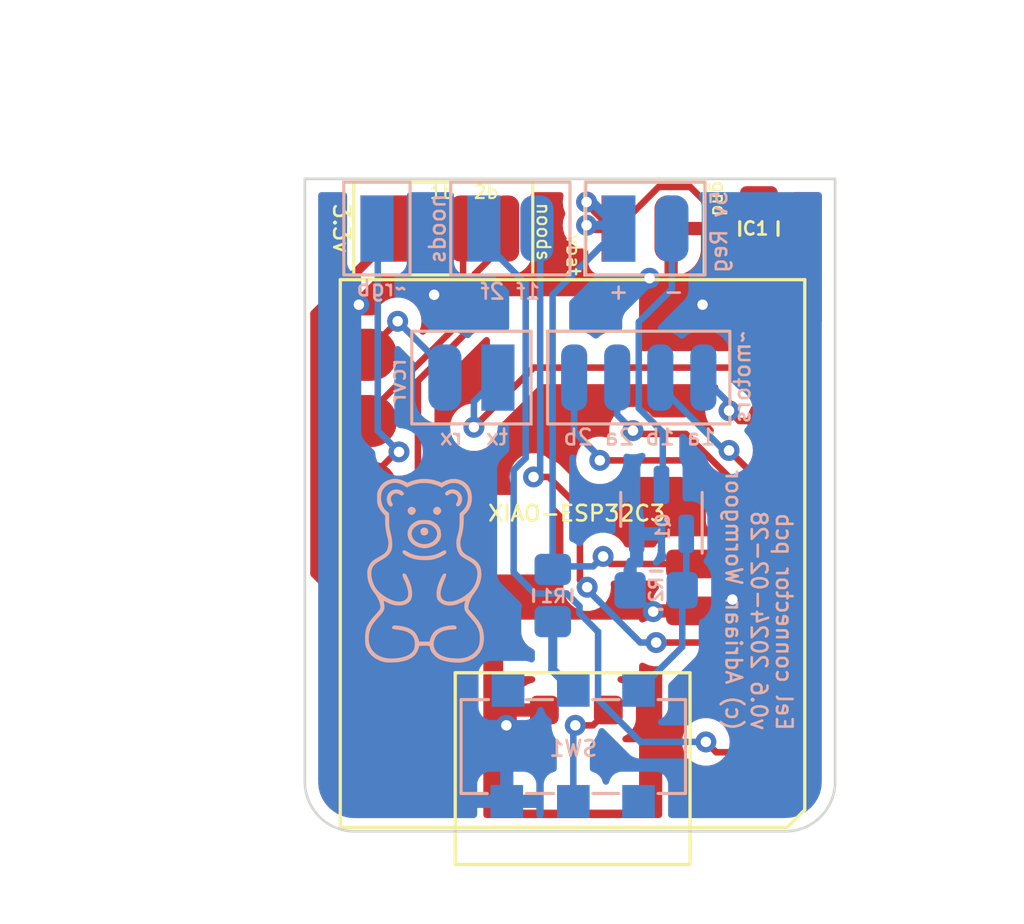
<source format=kicad_pcb>
(kicad_pcb (version 20240108) (generator "pcbnew") (generator_version "8.0")
  (title_block (comment 4 "AISLER Project ID: EORBQBEY"))
  (layers (0 "F.Cu" signal) (31 "B.Cu" signal) (34 "B.Paste" user) (35 "F.Paste" user) (36 "B.SilkS" user "B.Silkscreen") (37 "F.SilkS" user "F.Silkscreen") (38 "B.Mask" user) (39 "F.Mask" user) (44 "Edge.Cuts" user))
  (net 0 "")
  (net 1 "GND")
  (net 2 "V_RET")
  (net 3 "EN")
  (net 4 "+BATT")
  (net 5 "NEOPIXEL_DATA")
  (net 6 "Net-(Q1-B)")
  (net 7 "motor2_2")
  (net 8 "motor2_1")
  (net 9 "motor1_2")
  (net 10 "motor1_1")
  (net 11 "XIAO_TX")
  (net 12 "XIAO_RX")
  (net 13 "nood1_2_sig")
  (net 14 "nood1_1_sig")
  (net 15 "nood2_2_sig")
  (net 16 "nood2_1_sig")
  (net 17 "+3V3")
  (net 18 "Net-(R1-Pad2)")
  (footprint "xiao esp32c3:MOUDLE14P-SMD-2.54-21X17.8MM" (layer "F.Cu") (at 103.866 88.0677 180)
    (property "Reference" "U1" (hide yes))
    (property "Value" "XIAO-ESP32C3" (at 8.743 -8.9603 180) (layer "F.SilkS") (effects (font (size 0.6 0.6) (thickness 0.1))))
    (fp_line (start 17.8 0) (end 17.8 -21) (stroke (width 0.127)) (layer "F.SilkS"))
    (fp_line (start 17.8 -21) (end 0.671541 -21) (stroke (width 0.127)) (layer "F.SilkS"))
    (fp_line (start 13.395 -15.072) (end 4.396 -15.072) (stroke (width 0.127)) (layer "F.SilkS"))
    (fp_line (start 13.395 -22.424) (end 13.395 -15.072) (stroke (width 0.127)) (layer "F.SilkS"))
    (fp_line (start 4.4 -22.424) (end 13.395 -22.424) (stroke (width 0.127)) (layer "F.SilkS"))
    (fp_line (start 4.396 -15.072) (end 4.396 -22.425) (stroke (width 0.127)) (layer "F.SilkS"))
    (fp_line (start 0.671541 -21) (end 0 -20.3285) (stroke (width 0.127)) (layer "F.SilkS"))
    (fp_line (start 0 0) (end 17.8 0) (stroke (width 0.127)) (layer "F.SilkS"))
    (fp_line (start 0 -20.3285) (end 0 0) (stroke (width 0.127)) (layer "F.SilkS"))
    (pad "1" smd roundrect (at 0.835 -18.12 180) (size 2.75 2) (layers "F.Cu" "F.Paste" "F.Mask") (roundrect_rratio 0.5) (net 16 "nood2_1_sig"))
    (pad "2" smd roundrect (at 0.835 -15.58 180) (size 2.75 2) (layers "F.Cu" "F.Paste" "F.Mask") (roundrect_rratio 0.5) (net 14 "nood1_1_sig"))
    (pad "3" smd roundrect (at 0.835 -13.04 180) (size 2.75 2) (layers "F.Cu" "F.Paste" "F.Mask") (roundrect_rratio 0.5) (net 7 "motor2_2"))
    (pad "4" smd roundrect (at 0.835 -10.5 180) (size 2.75 2) (layers "F.Cu" "F.Paste" "F.Mask") (roundrect_rratio 0.5) (net 8 "motor2_1"))
    (pad "5" smd roundrect (at 0.835 -7.96 180) (size 2.75 2) (layers "F.Cu" "F.Paste" "F.Mask") (roundrect_rratio 0.5) (net 9 "motor1_2"))
    (pad "6" smd roundrect (at 0.835 -5.42 180) (size 2.75 2) (layers "F.Cu" "F.Paste" "F.Mask") (roundrect_rratio 0.5) (net 10 "motor1_1"))
    (pad "7" smd roundrect (at 0.835 -2.88 180) (size 2.75 2) (layers "F.Cu" "F.Paste" "F.Mask") (roundrect_rratio 0.5) (net 11 "XIAO_TX"))
    (pad "8" smd roundrect (at 17 -2.88 180) (size 2.75 2) (layers "F.Cu" "F.Paste" "F.Mask") (roundrect_rratio 0.5) (net 12 "XIAO_RX"))
    (pad "9" smd roundrect (at 17 -5.42 180) (size 2.75 2) (layers "F.Cu" "F.Paste" "F.Mask") (roundrect_rratio 0.5) (net 15 "nood2_2_sig"))
    (pad "10" smd roundrect (at 17 -7.96 180) (size 2.75 2) (layers "F.Cu" "F.Paste" "F.Mask") (roundrect_rratio 0.5) (net 5 "NEOPIXEL_DATA"))
    (pad "11" smd roundrect (at 17 -10.5 180) (size 2.75 2) (layers "F.Cu" "F.Paste" "F.Mask") (roundrect_rratio 0.5) (net 13 "nood1_2_sig"))
    (pad "12" smd roundrect (at 17 -13.04 180) (size 2.75 2) (layers "F.Cu" "F.Paste" "F.Mask") (roundrect_rratio 0.5) (net 17 "+3V3"))
    (pad "13" smd roundrect (at 17 -15.58 180) (size 2.75 2) (layers "F.Cu" "F.Paste" "F.Mask") (roundrect_rratio 0.5) (net 1 "GND"))
    (pad "14" smd roundrect (at 17 -18.12 180) (size 2.75 2) (layers "F.Cu" "F.Paste" "F.Mask") (roundrect_rratio 0.5))
    (pad "15" smd roundrect (at 4.3 -10.9 180) (size 2.032 1.1016) (layers "F.Cu" "F.Paste" "F.Mask") (roundrect_rratio 0.230573711) (net 4 "+BATT"))
    (pad "16" smd roundrect (at 4.3 -12.7 180) (size 2.032 1.1016) (layers "F.Cu" "F.Paste" "F.Mask") (roundrect_rratio 0.230573711) (net 1 "GND"))
    (pad "17" smd roundrect (at 9.9792 -16.5 180) (size 1.1016 1.1016) (layers "F.Cu" "F.Paste" "F.Mask") (roundrect_rratio 0.230573711) (net 1 "GND"))
    (pad "18" smd roundrect (at 7.5292 -16.5 180) (size 1.1016 1.1016) (layers "F.Cu" "F.Paste" "F.Mask") (roundrect_rratio 0.230573711) (net 3 "EN"))
    (zone (net 0) (net_name "") (layer "F.Cu") (connect_pads (clearance 0)) (min_thickness 0.01)
      (keepout (tracks not_allowed) (vias not_allowed) (pads not_allowed) (copperpour not_allowed) (footprints allowed))
      (fill (thermal_gap 0.508) (thermal_bridge_width 0.508))
      (polygon (pts (xy 91.547 105.0857) (xy 89.769 105.0857) (xy 89.769 102.4187) (xy 91.547 102.4187)))
    )
    (zone (net 0) (net_name "") (layer "F.Cu") (connect_pads (clearance 0)) (min_thickness 0.01)
      (keepout (tracks not_allowed) (vias not_allowed) (pads not_allowed) (copperpour not_allowed) (footprints allowed))
      (fill (thermal_gap 0.508) (thermal_bridge_width 0.508))
      (polygon (pts (xy 91.547 109.1497) (xy 89.769 109.1497) (xy 89.769 106.4827) (xy 91.547 106.4827)))
    )
    (zone (net 0) (net_name "") (layer "F.Cu") (connect_pads (clearance 0)) (min_thickness 0.01)
      (keepout (tracks not_allowed) (vias not_allowed) (pads not_allowed) (copperpour not_allowed) (footprints allowed))
      (fill (thermal_gap 0.508) (thermal_bridge_width 0.508))
      (polygon (pts (xy 94.087 99.3707) (xy 91.039 99.3707) (xy 91.039 96.3227) (xy 94.087 96.3227)))
    )
    (zone (net 0) (net_name "") (layer "F.Cu") (connect_pads (clearance 0)) (min_thickness 0.01)
      (keepout (tracks not_allowed) (vias not_allowed) (pads not_allowed) (copperpour not_allowed) (footprints allowed))
      (fill (thermal_gap 0.508) (thermal_bridge_width 0.508))
      (polygon (pts (xy 97.516 91.2427) (xy 91.801 91.2427) (xy 91.801 88.7027) (xy 97.516 88.7027)))
    )
    (zone (net 0) (net_name "") (layer "F.Cu") (connect_pads (clearance 0)) (min_thickness 0.01)
      (keepout (tracks not_allowed) (vias not_allowed) (pads not_allowed) (copperpour not_allowed) (footprints allowed))
      (fill (thermal_gap 0.508) (thermal_bridge_width 0.508))
      (polygon (pts (xy 97.516 103.2697) (xy 92.309 103.2697) (xy 92.309 101.1027) (xy 97.516 101.1027)))
    )
    (zone (net 0) (net_name "") (layer "F.Cu") (connect_pads (clearance 0)) (min_thickness 0.01)
      (keepout (tracks not_allowed) (vias not_allowed) (pads not_allowed) (copperpour not_allowed) (footprints allowed))
      (fill (thermal_gap 0.508) (thermal_bridge_width 0.508))
      (polygon (pts (xy 97.516 108.3877) (xy 92.309 108.3877) (xy 92.309 105.8057) (xy 97.516 105.8057)))
    )
    (zone (net 0) (net_name "") (layer "F.Cu") (connect_pads (clearance 0)) (min_thickness 0.01)
      (keepout (tracks not_allowed) (vias not_allowed) (pads not_allowed) (copperpour not_allowed) (footprints allowed))
      (fill (thermal_gap 0.508) (thermal_bridge_width 0.508))
      (polygon (pts (xy 100.183 105.0857) (xy 98.405 105.0857) (xy 98.405 102.4187) (xy 100.183 102.4187)))
    )
    (zone (net 0) (net_name "") (layer "F.Cu") (connect_pads (clearance 0)) (min_thickness 0.01)
      (keepout (tracks not_allowed) (vias not_allowed) (pads not_allowed) (copperpour not_allowed) (footprints allowed))
      (fill (thermal_gap 0.508) (thermal_bridge_width 0.508))
      (polygon (pts (xy 100.183 109.1497) (xy 98.405 109.1497) (xy 98.405 106.4827) (xy 100.183 106.4827)))
    )
  )
  (footprint "haribo_kimchi_boards:smd_solder_pads_1x02_2.54mm" (layer "F.Cu") (at 94.6798 86.106 90)
    (property "Reference" "J1" (hide yes))
    (property "Value" "Lipo back")
    (fp_rect (start -1.778 0.762) (end 1.778 5.334) (stroke (width 0.12)) (fill none) (layer "F.SilkS"))
    (pad "1" smd rect (at 0 2.032 90) (size 2.54 1.27) (layers "F.Cu" "F.Paste" "F.Mask") (net 4 "+BATT"))
    (pad "2" smd roundrect (at 0 4.064 90) (size 2.54 1.27) (layers "F.Cu" "F.Paste" "F.Mask") (roundrect_rratio 0.3937007874) (net 1 "GND"))
  )
  (footprint "Capacitor_SMD:C_0805_2012Metric_Pad1.18x1.45mm_HandSolder" (layer "F.Cu") (at 102.108 86.106 90)
    (property "Reference" "C1" (at 0 -0.127 0) (layer "F.SilkS") (effects (font (size 0.5 0.5) (thickness 0.1))))
    (property "Value" "100nF")
    (fp_line (start -0.261252 -0.735) (end 0.261252 -0.735) (stroke (width 0.12)) (layer "F.SilkS"))
    (fp_line (start -0.261252 0.735) (end 0.261252 0.735) (stroke (width 0.12)) (layer "F.SilkS"))
    (pad "1" smd roundrect (at -1.0375 0 90) (size 1.175 1.45) (layers "F.Cu" "F.Paste" "F.Mask") (roundrect_rratio 0.2127659574) (net 4 "+BATT"))
    (pad "2" smd roundrect (at 1.0375 0 90) (size 1.175 1.45) (layers "F.Cu" "F.Paste" "F.Mask") (roundrect_rratio 0.2127659574) (net 1 "GND"))
  )
  (footprint "haribo_kimchi_boards:smd_solder_pads_1x03_n00ds_v1" (layer "F.Cu") (at 84.803 86.106 90)
    (property "Reference" "J7" (hide yes))
    (property "Value" "Noods back")
    (fp_rect (start -1.778 1.778) (end 1.778 8.638) (stroke (width 0.12)) (fill none) (layer "F.SilkS"))
    (pad "1" smd rect (at 0 3.556 270) (size 2.54 2.54) (layers "F.Cu" "F.Paste" "F.Mask") (net 17 "+3V3"))
    (pad "2" smd roundrect (at 0 5.969 90) (size 2.54 1) (layers "F.Cu" "F.Paste" "F.Mask") (roundrect_rratio 0.393701) (net 15 "nood2_2_sig"))
    (pad "3" smd roundrect (at 0 7.62 90) (size 2.54 1) (layers "F.Cu" "F.Paste" "F.Mask") (roundrect_rratio 0.393701) (net 13 "nood1_2_sig"))
  )
  (footprint "Package_TO_SOT_SMD:SOT-23" (layer "B.Cu") (at 98.3742 96.8756 90)
    (property "Reference" "Q1" (at -0.6604 0.0508 -90) (layer "B.SilkS") (effects (font (size 0.5 0.5) (thickness 0.1)) (justify mirror)))
    (property "Value" "BC817")
    (fp_line (start 0 -1.56) (end 0.65 -1.56) (stroke (width 0.12)) (layer "B.SilkS"))
    (fp_line (start 0 -1.56) (end -0.65 -1.56) (stroke (width 0.12)) (layer "B.SilkS"))
    (fp_line (start 0 1.56) (end 0.65 1.56) (stroke (width 0.12)) (layer "B.SilkS"))
    (fp_line (start 0 1.56) (end -1.675 1.56) (stroke (width 0.12)) (layer "B.SilkS"))
    (pad "1" smd roundrect (at -0.9375 0.95 90) (size 1.475 0.6) (layers "B.Cu" "B.Paste" "B.Mask") (net 6 "Net-(Q1-B)"))
    (pad "2" smd roundrect (at -0.9375 -0.95 90) (size 1.475 0.6) (layers "B.Cu" "B.Paste" "B.Mask") (net 1 "GND"))
    (pad "3" smd roundrect (at 0.9375 0 90) (size 1.475 0.6) (layers "B.Cu" "B.Paste" "B.Mask") (net 2 "V_RET"))
  )
  (footprint "haribo_kimchi_boards:smd_solder_pads_1x04" (layer "B.Cu") (at 92.2335 91.821 -90)
    (property "Reference" "J2" (hide yes))
    (property "Value" "motor driver")
    (fp_rect (start -1.778 -1.778) (end 1.778 -8.763) (stroke (width 0.12)) (fill none) (layer "B.SilkS"))
    (pad "1" smd roundrect (at 0 -2.794 270) (size 2.54 1) (layers "B.Cu" "B.Paste" "B.Mask") (roundrect_rratio 0.393701) (net 7 "motor2_2"))
    (pad "2" smd roundrect (at 0 -4.445 270) (size 2.54 1) (layers "B.Cu" "B.Paste" "B.Mask") (roundrect_rratio 0.393701) (net 8 "motor2_1"))
    (pad "3" smd roundrect (at 0 -6.096 270) (size 2.54 1) (layers "B.Cu" "B.Paste" "B.Mask") (roundrect_rratio 0.393701) (net 9 "motor1_2"))
    (pad "4" smd roundrect (at 0 -7.747 270) (size 2.54 1) (layers "B.Cu" "B.Paste" "B.Mask") (roundrect_rratio 0.393701) (net 10 "motor1_1"))
  )
  (footprint "haribo_kimchi_boards:smd_solder_pads_1x02_2.54mm" (layer "B.Cu") (at 89.535 86.106 -90)
    (property "Reference" "J4" (hide yes))
    (property "Value" "Noods front")
    (fp_rect (start -1.778 -0.762) (end 1.778 -5.334) (stroke (width 0.12)) (fill none) (layer "B.SilkS"))
    (pad "1" smd rect (at 0 -2.032 270) (size 2.54 1.27) (layers "B.Cu" "B.Paste" "B.Mask") (net 16 "nood2_1_sig"))
    (pad "2" smd roundrect (at 0 -4.064 270) (size 2.54 1.27) (layers "B.Cu" "B.Paste" "B.Mask") (roundrect_rratio 0.3937007874) (net 14 "nood1_1_sig"))
  )
  (footprint "Resistor_SMD:R_0805_2012Metric_Pad1.20x1.40mm_HandSolder" (layer "B.Cu") (at 94.2086 100.1776 -90)
    (property "Reference" "R1" (at 0.0254 -0.0254 180) (layer "B.SilkS") (effects (font (size 0.5 0.5) (thickness 0.1)) (justify mirror)))
    (property "Value" "330")
    (fp_line (start -0.227064 0.735) (end 0.227064 0.735) (stroke (width 0.12)) (layer "B.SilkS"))
    (fp_line (start -0.227064 -0.735) (end 0.227064 -0.735) (stroke (width 0.12)) (layer "B.SilkS"))
    (pad "1" smd roundrect (at -1 0 270) (size 1.2 1.4) (layers "B.Cu" "B.Paste" "B.Mask") (roundrect_rratio 0.2083333333) (net 4 "+BATT"))
    (pad "2" smd roundrect (at 1 0 270) (size 1.2 1.4) (layers "B.Cu" "B.Paste" "B.Mask") (roundrect_rratio 0.2083333333) (net 18 "Net-(R1-Pad2)"))
  )
  (footprint "haribo_kimchi_boards:smd_solder_pads_1x02_2.54mm" (layer "B.Cu") (at 94.139 91.821 90)
    (property "Reference" "J3" (hide yes))
    (property "Value" "ELRS RX")
    (fp_rect (start -1.778 -0.762) (end 1.778 -5.334) (stroke (width 0.12)) (fill none) (layer "B.SilkS"))
    (pad "1" smd rect (at 0 -2.032 90) (size 2.54 1.27) (layers "B.Cu" "B.Paste" "B.Mask") (net 11 "XIAO_TX"))
    (pad "2" smd roundrect (at 0 -4.064 90) (size 2.54 1.27) (layers "B.Cu" "B.Paste" "B.Mask") (roundrect_rratio 0.3937007874) (net 12 "XIAO_RX"))
  )
  (footprint "haribo_kimchi_boards:smd_solder_pads_1x02_2.54mm" (layer "B.Cu") (at 94.71 86.106 -90)
    (property "Reference" "J6" (hide yes))
    (property "Value" "Lipo front")
    (fp_rect (start -1.778 -0.762) (end 1.778 -5.334) (stroke (width 0.12)) (fill none) (layer "B.SilkS"))
    (pad "1" smd rect (at 0 -2.032 270) (size 2.54 1.27) (layers "B.Cu" "B.Paste" "B.Mask") (net 4 "+BATT"))
    (pad "2" smd roundrect (at 0 -4.064 270) (size 2.54 1.27) (layers "B.Cu" "B.Paste" "B.Mask") (roundrect_rratio 0.3937007874) (net 2 "V_RET"))
  )
  (footprint "haribo_kimchi_extra_footprints:Nidec_2x03_dpdt_CL-SB-22B-11" (layer "B.Cu") (at 94.996 105.918 90)
    (property "Reference" "SW1" (at -0.127 0 0) (layer "B.SilkS") (effects (font (size 0.6 0.6) (thickness 0.1)) (justify mirror)))
    (property "Value" "SW_Push_DPDT")
    (fp_line (start 1.75 -4.3) (end 1.75 -3.25) (stroke (width 0.12)) (layer "B.SilkS"))
    (fp_line (start -1.85 -4.3) (end 1.75 -4.3) (stroke (width 0.12)) (layer "B.SilkS"))
    (fp_line (start -1.85 -3.3) (end -1.85 -4.3) (stroke (width 0.12)) (layer "B.SilkS"))
    (fp_line (start 1.75 -0.8) (end 1.75 -1.8) (stroke (width 0.12)) (layer "B.SilkS"))
    (fp_line (start -1.85 -0.75) (end -1.85 -1.8) (stroke (width 0.12)) (layer "B.SilkS"))
    (fp_line (start 1.75 1.75) (end 1.75 0.75) (stroke (width 0.12)) (layer "B.SilkS"))
    (fp_line (start -1.85 1.75) (end -1.85 0.75) (stroke (width 0.12)) (layer "B.SilkS"))
    (fp_line (start 1.75 4.3) (end 1.75 3.25) (stroke (width 0.12)) (layer "B.SilkS"))
    (fp_line (start -1.85 4.3) (end -1.85 3.25) (stroke (width 0.12)) (layer "B.SilkS"))
    (fp_line (start -1.85 4.3) (end 1.75 4.3) (stroke (width 0.12)) (layer "B.SilkS"))
    (pad "1" smd rect (at -2.15 2.5 90) (size 1.25 1.25) (layers "B.Cu" "B.Paste" "B.Mask"))
    (pad "2" smd rect (at -2.15 0 90) (size 1.25 1.25) (layers "B.Cu" "B.Paste" "B.Mask") (net 3 "EN"))
    (pad "3" smd rect (at -2.15 -2.55 90) (size 1.25 1.25) (layers "B.Cu" "B.Paste" "B.Mask") (net 1 "GND"))
    (pad "4" smd rect (at 2.1 2.5 90) (size 1.25 1.25) (layers "B.Cu" "B.Paste" "B.Mask") (net 6 "Net-(Q1-B)"))
    (pad "5" smd rect (at 2.1 0 90) (size 1.25 1.25) (layers "B.Cu" "B.Paste" "B.Mask") (net 18 "Net-(R1-Pad2)"))
    (pad "6" smd rect (at 2.1 -2.5 90) (size 1.25 1.25) (layers "B.Cu" "B.Paste" "B.Mask"))
  )
  (footprint "haribo_kimchi_pcbgfx:haribo_outline_bw_8mm" (layer "B.Cu") (at 89.281 99.187 180)
    (property "Reference" "G***" (hide yes))
    (property "Value" "LOGO" (hide yes))
    (fp_poly (pts (xy 0.059433 1.601328) (xy 0.111761 1.563633) (xy 0.1402 1.5134) (xy 0.141968 1.501453) (xy 0.134149 1.411583) (xy 0.10011 1.348012) (xy 0.044088 1.31413) (xy -0.029678 1.313329) (xy -0.07514 1.327736) (xy -0.130995 1.368491) (xy -0.158018 1.424699) (xy -0.15855 1.486904) (xy -0.134934 1.545646) (xy -0.089513 1.591469) (xy -0.024628 1.614915) (xy -0.003702 1.616182)) (fill solid) (layer "B.SilkS"))
    (fp_poly (pts (xy -0.43416 2.39844) (xy -0.388174 2.365322) (xy -0.347627 2.30124) (xy -0.341306 2.232898) (xy -0.366063 2.170028) (xy -0.418751 2.122363) (xy -0.473081 2.102753) (xy -0.51955 2.099632) (xy -0.558287 2.116218) (xy -0.600121 2.153375) (xy -0.640034 2.199241) (xy -0.654333 2.238011) (xy -0.650742 2.280415) (xy -0.620335 2.351516) (xy -0.567614 2.396986) (xy -0.502312 2.413676)) (fill solid) (layer "B.SilkS"))
    (fp_poly (pts (xy 0.538783 2.399147) (xy 0.593523 2.361067) (xy 0.630289 2.311109) (xy 0.638492 2.276473) (xy 0.622971 2.204087) (xy 0.582647 2.143546) (xy 0.545565 2.117204) (xy 0.488426 2.098397) (xy 0.438354 2.10472) (xy 0.406322 2.118388) (xy 0.359741 2.159838) (xy 0.327816 2.223482) (xy 0.319246 2.276473) (xy 0.336792 2.328204) (xy 0.380895 2.375469) (xy 0.438754 2.407214) (xy 0.478869 2.414297)) (fill solid) (layer "B.SilkS"))
    (fp_poly (pts (xy -1.003987 3.071501) (xy -0.92838 3.047139) (xy -0.865397 3.011493) (xy -0.820213 2.969288) (xy -0.798006 2.925252) (xy -0.803952 2.884109) (xy -0.838547 2.852978) (xy -0.87627 2.84288) (xy -0.917645 2.859149) (xy -0.933323 2.869611) (xy -1.012489 2.913771) (xy -1.084665 2.925649) (xy -1.147291 2.913118) (xy -1.227723 2.868902) (xy -1.277496 2.802919) (xy -1.29483 2.720942) (xy -1.277946 2.628745) (xy -1.252042 2.573331) (xy -1.224868 2.517999) (xy -1.220408 2.481011) (xy -1.22924 2.459637) (xy -1.268948 2.423287) (xy -1.316334 2.425364) (xy -1.357317 2.454725) (xy -1.41586 2.538887) (xy -1.448892 2.641372) (xy -1.45421 2.748862) (xy -1.429607 2.848045) (xy -1.424296 2.859239) (xy -1.353074 2.965832) (xy -1.264242 3.036959) (xy -1.156017 3.073787) (xy -1.08704 3.079853)) (fill solid) (layer "B.SilkS"))
    (fp_poly (pts (xy 1.188742 3.06034) (xy 1.290328 3.008767) (xy 1.368401 2.929057) (xy 1.418611 2.825673) (xy 1.436604 2.703073) (xy 1.436607 2.70152) (xy 1.426055 2.62076) (xy 1.398392 2.540214) (xy 1.359606 2.473357) (xy 1.318136 2.434917) (xy 1.284215 2.418261) (xy 1.261747 2.419579) (xy 1.23209 2.435848) (xy 1.201517 2.472368) (xy 1.206717 2.523583) (xy 1.237078 2.57392) (xy 1.266933 2.638833) (xy 1.275789 2.718559) (xy 1.263005 2.794538) (xy 1.245843 2.828982) (xy 1.17949 2.893115) (xy 1.098859 2.922692) (xy 1.011193 2.916764) (xy 0.923733 2.87438) (xy 0.920043 2.871692) (xy 0.87512 2.844573) (xy 0.840437 2.843324) (xy 0.820461 2.851979) (xy 0.783186 2.886741) (xy 0.778999 2.928503) (xy 0.802823 2.972602) (xy 0.849583 3.014377) (xy 0.914202 3.049165) (xy 0.991604 3.072305) (xy 1.067996 3.079318)) (fill solid) (layer "B.SilkS"))
    (fp_poly (pts (xy 0.790902 0.741878) (xy 0.797131 0.738783) (xy 0.831747 0.704996) (xy 0.831373 0.662408) (xy 0.799207 0.613802) (xy 0.738447 0.561956) (xy 0.65229 0.509654) (xy 0.543935 0.459675) (xy 0.428987 0.418636) (xy 0.330233 0.395847) (xy 0.20484 0.3788) (xy 0.065752 0.368193) (xy -0.074085 0.364722) (xy -0.201727 0.369083) (xy -0.292861 0.379804) (xy -0.405175 0.406734) (xy -0.522545 0.446415) (xy -0.635249 0.494452) (xy -0.733562 0.54645) (xy -0.80776 0.598014) (xy -0.834973 0.624844) (xy -0.850925 0.670144) (xy -0.838693 0.717316) (xy -0.805484 0.746472) (xy -0.772686 0.742634) (xy -0.717948 0.719926) (xy -0.659028 0.687121) (xy -0.515774 0.61231) (xy -0.363906 0.561807) (xy -0.192691 0.532592) (xy -0.079811 0.52419) (xy 0.143237 0.527178) (xy 0.341719 0.558764) (xy 0.519896 0.619955) (xy 0.66455 0.699932) (xy 0.722035 0.734794) (xy 0.760299 0.747646)) (fill solid) (layer "B.SilkS"))
    (fp_poly (pts (xy 0.098165 1.904293) (xy 0.167792 1.899946) (xy 0.220229 1.890357) (xy 0.266822 1.873569) (xy 0.311413 1.851594) (xy 0.421648 1.785712) (xy 0.502208 1.716996) (xy 0.56282 1.636281) (xy 0.587058 1.591844) (xy 0.630994 1.463324) (xy 0.637878 1.335014) (xy 0.61032 1.211505) (xy 0.550933 1.097391) (xy 0.462327 0.997265) (xy 0.347115 0.915721) (xy 0.207908 0.857352) (xy 0.162565 0.845213) (xy 0.043589 0.824087) (xy -0.061404 0.823363) (xy -0.17286 0.84327) (xy -0.19559 0.84917) (xy -0.350515 0.907215) (xy -0.475501 0.990533) (xy -0.572679 1.100649) (xy -0.593862 1.134211) (xy -0.625094 1.195071) (xy -0.641784 1.253593) (xy -0.648001 1.327109) (xy -0.648468 1.366771) (xy -0.648427 1.36711) (xy -0.497567 1.36711) (xy -0.480556 1.27728) (xy -0.438211 1.193459) (xy -0.374002 1.118999) (xy -0.2914 1.057252) (xy -0.193874 1.011571) (xy -0.084895 0.985307) (xy 0.032068 0.981814) (xy 0.153545 1.004442) (xy 0.253551 1.044568) (xy 0.356494 1.114563) (xy 0.429589 1.201491) (xy 0.471399 1.299221) (xy 0.480491 1.401622) (xy 0.455427 1.502566) (xy 0.394773 1.595921) (xy 0.385078 1.606278) (xy 0.278782 1.691383) (xy 0.157309 1.74141) (xy 0.015807 1.75833) (xy 0.010757 1.758346) (xy -0.126604 1.748535) (xy -0.238685 1.716958) (xy -0.335537 1.660398) (xy -0.361899 1.639131) (xy -0.441709 1.551388) (xy -0.485775 1.459597) (xy -0.497567 1.36711) (xy -0.648427 1.36711) (xy -0.631169 1.510164) (xy -0.579068 1.634465) (xy -0.491858 1.740127) (xy -0.369234 1.827604) (xy -0.319246 1.853366) (xy -0.263552 1.877608) (xy -0.211992 1.892985) (xy -0.152685 1.901431) (xy -0.07375 1.904881) (xy 0 1.905359)) (fill solid) (layer "B.SilkS"))
    (fp_poly (pts (xy 1.256747 3.471722) (xy 1.417156 3.418721) (xy 1.428864 3.413216) (xy 1.562961 3.329183) (xy 1.670021 3.217605) (xy 1.749821 3.082718) (xy 1.774997 3.025167) (xy 1.791223 2.974451) (xy 1.800386 2.918987) (xy 1.804372 2.847195) (xy 1.805068 2.74749) (xy 1.805056 2.743519) (xy 1.803862 2.643158) (xy 1.799615 2.570812) (xy 1.790222 2.514603) (xy 1.773593 2.462652) (xy 1.747633 2.403079) (xy 1.743552 2.394344) (xy 1.6964 2.309933) (xy 1.636546 2.224109) (xy 1.589596 2.169109) (xy 1.496465 2.073567) (xy 1.496203 1.849863) (xy 1.488563 1.672361) (xy 1.464849 1.491127) (xy 1.423237 1.294526) (xy 1.388597 1.163194) (xy 1.371892 1.081521) (xy 1.370479 0.99858) (xy 1.378201 0.9276) (xy 1.397745 0.825646) (xy 1.427816 0.743114) (xy 1.473961 0.67334) (xy 1.541726 0.609659) (xy 1.636656 0.545406) (xy 1.748903 0.482116) (xy 1.867146 0.415138) (xy 1.955593 0.354811) (xy 2.021955 0.294158) (xy 2.073943 0.226205) (xy 2.116575 0.14948) (xy 2.151345 0.072179) (xy 2.170891 0.005727) (xy 2.179511 -0.068708) (xy 2.181333 -0.134138) (xy 2.178474 -0.228091) (xy 2.169509 -0.323886) (xy 2.156729 -0.399057) (xy 2.1205 -0.515104) (xy 2.06754 -0.639538) (xy 2.005038 -0.757653) (xy 1.940185 -0.854739) (xy 1.924694 -0.873713) (xy 1.848894 -0.975373) (xy 1.782957 -1.089271) (xy 1.730314 -1.20673) (xy 1.694392 -1.319069) (xy 1.678621 -1.41761) (xy 1.683602 -1.483969) (xy 1.701185 -1.516262) (xy 1.740674 -1.57036) (xy 1.796494 -1.639133) (xy 1.86307 -1.715451) (xy 1.873964 -1.727465) (xy 1.998895 -1.870753) (xy 2.09521 -1.997891) (xy 2.166251 -2.116629) (xy 2.215358 -2.23472) (xy 2.245874 -2.359913) (xy 2.261138 -2.49996) (xy 2.264619 -2.633778) (xy 2.263598 -2.745263) (xy 2.259687 -2.827257) (xy 2.251565 -2.890141) (xy 2.23791 -2.944301) (xy 2.218276 -2.99796) (xy 2.133802 -3.155067) (xy 2.016993 -3.29176) (xy 1.871529 -3.404806) (xy 1.701093 -3.490973) (xy 1.626987 -3.517116) (xy 1.551 -3.537956) (xy 1.475435 -3.551157) (xy 1.387783 -3.558142) (xy 1.275535 -3.560331) (xy 1.247054 -3.560313) (xy 1.008885 -3.547693) (xy 0.798912 -3.511762) (xy 0.618227 -3.453066) (xy 0.467921 -3.372154) (xy 0.349083 -3.269572) (xy 0.262806 -3.145869) (xy 0.221983 -3.045746) (xy 0.184392 -2.923095) (xy 0.027416 -2.917179) (xy -0.078216 -2.915173) (xy -0.149985 -2.919484) (xy -0.193634 -2.931533) (xy -0.214904 -2.952743) (xy -0.219676 -2.978346) (xy -0.237281 -3.063861) (xy -0.285169 -3.157578) (xy -0.356987 -3.25188) (xy -0.446382 -3.33915) (xy -0.547001 -3.411771) (xy -0.608364 -3.444345) (xy -0.72879 -3.487781) (xy -0.876198 -3.522952) (xy -1.038244 -3.54837) (xy -1.202584 -3.562548) (xy -1.356873 -3.563999) (xy -1.488769 -3.551237) (xy -1.49153 -3.550748) (xy -1.694943 -3.497453) (xy -1.870735 -3.416284) (xy -2.017656 -3.308782) (xy -2.134455 -3.17649) (xy -2.219884 -3.020949) (xy -2.27269 -2.8437) (xy -2.291626 -2.646285) (xy -2.289688 -2.566438) (xy -2.289031 -2.559449) (xy -2.132107 -2.559449) (xy -2.130875 -2.692666) (xy -2.114959 -2.836071) (xy -2.080173 -2.954102) (xy -2.021807 -3.058692) (xy -1.953318 -3.142503) (xy -1.833284 -3.251106) (xy -1.69909 -3.329545) (xy -1.546076 -3.379442) (xy -1.369584 -3.402422) (xy -1.207148 -3.402462) (xy -1.101235 -3.395271) (xy -0.994926 -3.3841) (xy -0.90371 -3.370748) (xy -0.862579 -3.362417) (xy -0.697267 -3.308356) (xy -0.563877 -3.233919) (xy -0.463545 -3.140563) (xy -0.397405 -3.02974) (xy -0.366594 -2.902907) (xy -0.372247 -2.761516) (xy -0.376235 -2.739521) (xy -0.421367 -2.60686) (xy -0.498778 -2.496404) (xy -0.606997 -2.409068) (xy -0.74455 -2.345768) (xy -0.909966 -2.307417) (xy -1.091717 -2.294926) (xy -1.164428 -2.292323) (xy -1.207447 -2.283291) (xy -1.2308 -2.265238) (xy -1.235427 -2.257759) (xy -1.244561 -2.208382) (xy -1.219318 -2.168383) (xy -1.164966 -2.142566) (xy -1.101264 -2.135352) (xy -0.928744 -2.147499) (xy -0.762258 -2.180643) (xy -0.610376 -2.232022) (xy -0.481669 -2.298875) (xy -0.402264 -2.360571) (xy -0.334611 -2.442497) (xy -0.27462 -2.545721) (xy -0.232465 -2.651715) (xy -0.223972 -2.685242) (xy -0.209101 -2.756821) (xy 0.189151 -2.756821) (xy 0.222427 -2.644728) (xy 0.275885 -2.518701) (xy 0.354118 -2.404627) (xy 0.408531 -2.348965) (xy 0.518026 -2.275035) (xy 0.659549 -2.214849) (xy 0.826966 -2.170487) (xy 1.012303 -2.14419) (xy 1.094896 -2.138372) (xy 1.147828 -2.139171) (xy 1.180953 -2.14761) (xy 1.203468 -2.164056) (xy 1.236743 -2.208938) (xy 1.235689 -2.244262) (xy 1.198985 -2.271045) (xy 1.125308 -2.290299) (xy 1.023393 -2.302264) (xy 0.830075 -2.329945) (xy 0.668887 -2.379431) (xy 0.54034 -2.450462) (xy 0.444947 -2.542774) (xy 0.396377 -2.623802) (xy 0.370169 -2.714182) (xy 0.35973 -2.824345) (xy 0.36505 -2.937418) (xy 0.386117 -3.03653) (xy 0.396656 -3.063591) (xy 0.465353 -3.167608) (xy 0.568586 -3.252964) (xy 0.706575 -3.319755) (xy 0.879542 -3.36808) (xy 1.087707 -3.398035) (xy 1.167243 -3.404096) (xy 1.374067 -3.401451) (xy 1.5603 -3.368422) (xy 1.723814 -3.307033) (xy 1.862483 -3.219309) (xy 1.97418 -3.107276) (xy 2.05678 -2.972959) (xy 2.108156 -2.818383) (xy 2.126181 -2.645574) (xy 2.115888 -2.500605) (xy 2.09281 -2.376806) (xy 2.058526 -2.265722) (xy 2.008903 -2.159804) (xy 1.939807 -2.051504) (xy 1.847106 -1.933274) (xy 1.737196 -1.809) (xy 1.647808 -1.708191) (xy 1.584773 -1.626346) (xy 1.544785 -1.555726) (xy 1.524539 -1.488594) (xy 1.520728 -1.417216) (xy 1.530046 -1.333853) (xy 1.531188 -1.326866) (xy 1.540786 -1.262779) (xy 1.545717 -1.216756) (xy 1.545283 -1.200401) (xy 1.526397 -1.205594) (xy 1.484471 -1.226278) (xy 1.453138 -1.243795) (xy 1.306239 -1.313557) (xy 1.154292 -1.357753) (xy 1.003599 -1.376547) (xy 0.86046 -1.370102) (xy 0.731177 -1.338581) (xy 0.622051 -1.282149) (xy 0.554592 -1.220483) (xy 0.503228 -1.144714) (xy 0.473086 -1.059961) (xy 0.461742 -0.956215) (xy 0.464778 -0.849761) (xy 0.481165 -0.717276) (xy 0.51376 -0.586286) (xy 0.565907 -0.445899) (xy 0.633925 -0.299293) (xy 0.67361 -0.223333) (xy 0.704034 -0.176928) (xy 0.731223 -0.152771) (xy 0.761203 -0.143556) (xy 0.762501 -0.1434) (xy 0.809874 -0.151077) (xy 0.830725 -0.186564) (xy 0.824773 -0.247607) (xy 0.791737 -0.331949) (xy 0.787191 -0.341069) (xy 0.71313 -0.50367) (xy 0.658025 -0.659624) (xy 0.623476 -0.802577) (xy 0.611082 -0.92617) (xy 0.618887 -1.01004) (xy 0.656934 -1.094779) (xy 0.725611 -1.160434) (xy 0.819212 -1.204424) (xy 0.932033 -1.224167) (xy 1.058368 -1.217079) (xy 1.071298 -1.214837) (xy 1.218102 -1.173193) (xy 1.374336 -1.103415) (xy 1.52926 -1.011802) (xy 1.672135 -0.904656) (xy 1.785439 -0.795867) (xy 1.871344 -0.678872) (xy 1.941521 -0.540155) (xy 1.992741 -0.390324) (xy 2.021772 -0.239985) (xy 2.025386 -0.099745) (xy 2.016646 -0.036705) (xy 1.990569 0.054244) (xy 1.950099 0.131969) (xy 1.889996 0.201899) (xy 1.805015 0.269465) (xy 1.689915 0.340096) (xy 1.612462 0.381908) (xy 1.461476 0.476545) (xy 1.347552 0.583101) (xy 1.271274 0.700962) (xy 1.246808 0.766081) (xy 1.224784 0.892911) (xy 1.223067 1.044829) (xy 1.241116 1.212896) (xy 1.27839 1.388172) (xy 1.286205 1.416654) (xy 1.308776 1.501551) (xy 1.324147 1.576172) (xy 1.333683 1.652331) (xy 1.338748 1.741842) (xy 1.340708 1.856518) (xy 1.340871 1.889874) (xy 1.341457 2.001427) (xy 1.34308 2.079913) (xy 1.346857 2.132166) (xy 1.353907 2.165026) (xy 1.365348 2.185328) (xy 1.382299 2.199911) (xy 1.39273 2.206892) (xy 1.501373 2.301356) (xy 1.581908 2.422773) (xy 1.632935 2.568445) (xy 1.651897 2.706266) (xy 1.650631 2.852161) (xy 1.626994 2.972135) (xy 1.578008 3.075143) (xy 1.500693 3.170141) (xy 1.496043 3.174829) (xy 1.38205 3.262714) (xy 1.254279 3.314601) (xy 1.116582 3.330289) (xy 0.972816 3.309578) (xy 0.826834 3.252268) (xy 0.759289 3.213105) (xy 0.661352 3.150259) (xy 0.585075 3.189064) (xy 0.383442 3.269813) (xy 0.169821 3.315215) (xy -0.04901 3.325141) (xy -0.266269 3.299461) (xy -0.475179 3.238046) (xy -0.539722 3.210565) (xy -0.676486 3.147526) (xy -0.771826 3.210677) (xy -0.909433 3.282126) (xy -1.050715 3.319579) (xy -1.190075 3.323783) (xy -1.321918 3.295483) (xy -1.440648 3.235427) (xy -1.54067 3.144359) (xy -1.571017 3.104131) (xy -1.63115 2.997261) (xy -1.664282 2.887546) (xy -1.673719 2.761681) (xy -1.671371 2.700167) (xy -1.643299 2.538768) (xy -1.580471 2.396746) (xy -1.482283 2.27283) (xy -1.455554 2.247583) (xy -1.356795 2.15879) (xy -1.356795 1.911104) (xy -1.353386 1.742636) (xy -1.342012 1.601155) (xy -1.320953 1.47423) (xy -1.28849 1.349434) (xy -1.271796 1.296936) (xy -1.23765 1.147894) (xy -1.229874 0.99439) (xy -1.247078 0.84499) (xy -1.287871 0.708259) (xy -1.350862 0.592762) (xy -1.394433 0.541425) (xy -1.445764 0.498896) (xy -1.519972 0.447803) (xy -1.60399 0.396912) (xy -1.63642 0.379105) (xy -1.779704 0.295469) (xy -1.887473 0.213563) (xy -1.96352 0.12823) (xy -2.011637 0.034315) (xy -2.035617 -0.073338) (xy -2.040012 -0.169599) (xy -2.019554 -0.347531) (xy -1.964925 -0.522648) (xy -1.880385 -0.685866) (xy -1.770196 -0.828102) (xy -1.700051 -0.894225) (xy -1.533332 -1.01924) (xy -1.367953 -1.116118) (xy -1.207993 -1.183269) (xy -1.057529 -1.219105) (xy -0.92064 -1.222037) (xy -0.876648 -1.214987) (xy -0.771718 -1.179581) (xy -0.695484 -1.123658) (xy -0.647747 -1.045873) (xy -0.628307 -0.94488) (xy -0.636967 -0.819336) (xy -0.673528 -0.667895) (xy -0.73779 -0.489213) (xy -0.761104 -0.433221) (xy -0.803094 -0.332706) (xy -0.829808 -0.262057) (xy -0.843013 -0.215059) (xy -0.844479 -0.185495) (xy -0.836595 -0.167883) (xy -0.796643 -0.141088) (xy -0.7529 -0.153014) (xy -0.704875 -0.203961) (xy -0.66199 -0.275003) (xy -0.588175 -0.432321) (xy -0.530707 -0.591357) (xy -0.491543 -0.744173) (xy -0.472637 -0.88283) (xy -0.475945 -0.999389) (xy -0.479088 -1.017596) (xy -0.49007 -1.074393) (xy -0.496932 -1.113694) (xy -0.497953 -1.121654) (xy -0.510588 -1.143764) (xy -0.541784 -1.184085) (xy -0.563523 -1.209616) (xy -0.666289 -1.297566) (xy -0.790228 -1.353711) (xy -0.932232 -1.377916) (xy -1.089195 -1.370045) (xy -1.258011 -1.329963) (xy -1.435572 -1.257535) (xy -1.454003 -1.248349) (xy -1.511665 -1.221103) (xy -1.553603 -1.204975) (xy -1.568842 -1.20304) (xy -1.568714 -1.225657) (xy -1.556882 -1.265539) (xy -1.538781 -1.352368) (xy -1.539271 -1.453552) (xy -1.557286 -1.549105) (xy -1.574288 -1.592036) (xy -1.602171 -1.634768) (xy -1.651022 -1.698175) (xy -1.714238 -1.774083) (xy -1.785214 -1.85432) (xy -1.79371 -1.863602) (xy -1.91902 -2.010233) (xy -2.012395 -2.145464) (xy -2.076955 -2.276963) (xy -2.115819 -2.412402) (xy -2.132107 -2.559449) (xy -2.289031 -2.559449) (xy -2.27653 -2.426544) (xy -2.251342 -2.301828) (xy -2.210695 -2.185209) (xy -2.151161 -2.069606) (xy -2.069311 -1.947938) (xy -1.961718 -1.813124) (xy -1.878858 -1.7179) (xy -1.691258 -1.507355) (xy -1.700916 -1.387028) (xy -1.725846 -1.265563) (xy -1.780243 -1.129775) (xy -1.860413 -0.987536) (xy -1.942822 -0.87157) (xy -2.062677 -0.688827) (xy -2.143991 -0.496144) (xy -2.187107 -0.292543) (xy -2.194815 -0.156179) (xy -2.180408 0.005219) (xy -2.135747 0.144742) (xy -2.058674 0.26572) (xy -1.94703 0.37148) (xy -1.798657 0.465352) (xy -1.788232 0.470839) (xy -1.667034 0.537156) (xy -1.577269 0.594617) (xy -1.512924 0.648152) (xy -1.467982 0.70269) (xy -1.438959 0.757162) (xy -1.394872 0.903923) (xy -1.384083 1.055232) (xy -1.407143 1.199911) (xy -1.415877 1.227101) (xy -1.463562 1.397169) (xy -1.497271 1.591035) (xy -1.5148 1.794365) (xy -1.516819 1.883171) (xy -1.51722 2.085075) (xy -1.607425 2.174667) (xy -1.709556 2.303316) (xy -1.781763 2.453048) (xy -1.822755 2.617152) (xy -1.831243 2.788915) (xy -1.805938 2.961628) (xy -1.776717 3.055748) (xy -1.705164 3.193987) (xy -1.606267 3.307365) (xy -1.485189 3.394166) (xy -1.347095 3.452672) (xy -1.197149 3.481166) (xy -1.040515 3.477931) (xy -0.882358 3.44125) (xy -0.767148 3.391442) (xy -0.65856 3.334321) (xy -0.572454 3.372411) (xy -0.371504 3.440726) (xy -0.155324 3.477204) (xy 0.067111 3.481735) (xy 0.28683 3.45421) (xy 0.494859 3.394519) (xy 0.517391 3.385682) (xy 0.642913 3.334982) (xy 0.758554 3.393747) (xy 0.926082 3.459195) (xy 1.092601 3.4852)) (fill solid) (layer "B.SilkS"))
  )
  (footprint "haribo_kimchi_boards:smd_solder_pads_1x01_2.54mm" (layer "B.Cu") (at 85.439 86.106 -90)
    (property "Reference" "J5" (hide yes))
    (property "Value" "RGB_DATA")
    (fp_rect (start -1.778 -0.762) (end 1.778 -3.302) (stroke (width 0.12)) (fill none) (layer "B.SilkS"))
    (pad "1" smd rect (at 0 -2.032 270) (size 2.54 1.27) (layers "B.Cu" "B.Paste" "B.Mask") (net 5 "NEOPIXEL_DATA"))
  )
  (footprint "Resistor_SMD:R_0805_2012Metric_Pad1.20x1.40mm_HandSolder" (layer "B.Cu") (at 98.171 99.9744)
    (property "Reference" "R2" (at 0 -0.0254 90) (layer "B.SilkS") (effects (font (size 0.5 0.5) (thickness 0.1)) (justify mirror)))
    (property "Value" "1k")
    (fp_line (start -0.227064 -0.735) (end 0.227064 -0.735) (stroke (width 0.12)) (layer "B.SilkS"))
    (fp_line (start -0.227064 0.735) (end 0.227064 0.735) (stroke (width 0.12)) (layer "B.SilkS"))
    (pad "1" smd roundrect (at -1 0) (size 1.2 1.4) (layers "B.Cu" "B.Paste" "B.Mask") (roundrect_rratio 0.2083333333) (net 1 "GND"))
    (pad "2" smd roundrect (at 1 0) (size 1.2 1.4) (layers "B.Cu" "B.Paste" "B.Mask") (roundrect_rratio 0.2083333333) (net 6 "Net-(Q1-B)"))
  )
  (gr_line (start 86.614 109.22) (end 103.124 109.22) (stroke (width 0.1)) (layer "Edge.Cuts"))
  (gr_line (start 84.709 84.201) (end 105.029 84.201) (stroke (width 0.1)) (layer "Edge.Cuts"))
  (gr_line (start 105.029 84.201) (end 105.029 107.315) (stroke (width 0.1)) (layer "Edge.Cuts"))
  (gr_line (start 84.709 84.201) (end 84.709 107.315) (stroke (width 0.1)) (layer "Edge.Cuts"))
  (gr_arc (start 86.614 109.22) (mid 85.266962 108.662038) (end 84.709 107.315) (stroke (width 0.1)) (layer "Edge.Cuts"))
  (gr_arc (start 105.029 107.315) (mid 104.471038 108.662038) (end 103.124 109.22) (stroke (width 0.1)) (layer "Edge.Cuts"))
  (gr_text "1a 1b 2a 2b" (at 97.536 94.107 0) (layer "B.SilkS") (effects (font (size 0.6 0.6) (thickness 0.1)) (justify mirror)))
  (gr_text "1f 2f" (at 92.583 88.519 0) (layer "B.SilkS") (effects (font (size 0.6 0.6) (thickness 0.1)) (justify mirror)))
  (gr_text "~rgb" (at 87.63 88.392 0) (layer "B.SilkS") (effects (font (size 0.6 0.6) (thickness 0.1)) (justify mirror)))
  (gr_text "noods" (at 89.789 86.106 90) (layer "B.SilkS") (effects (font (size 0.6 0.6) (thickness 0.1)) (justify mirror)))
  (gr_text "rcvr" (at 88.265 91.948 90) (layer "B.SilkS") (effects (font (size 0.6 0.6) (thickness 0.1)) (justify mirror)))
  (gr_text "-   +" (at 97.79 88.519 0) (layer "B.SilkS") (effects (font (size 0.6 0.6) (thickness 0.1)) (justify mirror)))
  (gr_text "~motors" (at 101.473 91.821 90) (layer "B.SilkS") (effects (font (size 0.6 0.6) (thickness 0.1)) (justify mirror)))
  (gr_text "tx  rx" (at 91.186 94.107 0) (layer "B.SilkS") (effects (font (size 0.6 0.6) (thickness 0.1)) (justify mirror)))
  (gr_text "5v Reg" (at 100.584 86.233 90) (layer "B.SilkS") (effects (font (size 0.6 0.6) (thickness 0.1)) (justify mirror)))
  (gr_text "Eel connector pcb\nv0.6 2024-02-28\n(c) Adriaan Wormgoor" (at 102.108 105.41 270) (layer "B.SilkS") (effects (font (size 0.6 0.6) (thickness 0.1)) (justify left mirror)))
  (gr_text "gnd" (at 100.584 84.963 270) (layer "F.SilkS") (effects (font (size 0.5 0.5) (thickness 0.08))))
  (gr_text "3.3v" (at 86.106 86.106 270) (layer "F.SilkS") (effects (font (size 0.6 0.6) (thickness 0.1))))
  (gr_text "noods" (at 93.853 86.233 270) (layer "F.SilkS") (effects (font (size 0.5 0.5) (thickness 0.08))))
  (gr_text "vbat" (at 94.996 87.122 270) (layer "F.SilkS") (effects (font (size 0.5 0.5) (thickness 0.08))))
  (gr_text "1b  2b" (at 90.805 84.709 0) (layer "F.SilkS") (effects (font (size 0.5 0.5) (thickness 0.08))))
  (segment (start 93.2985 105.156) (end 93.8868 104.568) (width 0.25) (layer "F.Cu") (net 1))
  (segment (start 100.6543 100.7677) (end 101.092 100.33) (width 0.25) (layer "F.Cu") (net 1))
  (segment (start 99.566 100.768) (end 98.0819 100.768) (width 0.25) (layer "F.Cu") (net 1))
  (segment (start 99.566 100.7677) (end 100.6543 100.7677) (width 0.25) (layer "F.Cu") (net 1))
  (segment (start 98.0819 100.768) (end 98.056 100.794) (width 0.25) (layer "F.Cu") (net 1))
  (segment (start 92.4306 105.156) (end 93.2985 105.156) (width 0.25) (layer "F.Cu") (net 1))
  (via (at 92.4306 105.156) (size 0.8) (drill 0.4) (layers "F.Cu" "B.Cu") (net 1))
  (via (at 98.056 100.794) (size 0.8) (drill 0.4) (layers "F.Cu" "B.Cu") (net 1))
  (via (at 86.7785 89.027) (size 0.8) (drill 0.4) (layers "F.Cu" "B.Cu") (net 1))
  (via (at 99.949 89.027) (size 0.8) (drill 0.4) (layers "F.Cu" "B.Cu") (net 1))
  (via (at 89.662 88.646) (size 0.8) (drill 0.4) (layers "F.Cu" "B.Cu") (net 1))
  (via (at 101.092 100.33) (size 0.8) (drill 0.4) (layers "F.Cu" "B.Cu") (net 1))
  (via (at 97.917 88.011) (size 0.8) (drill 0.4) (layers "F.Cu" "B.Cu") (net 1))
  (segment (start 97.9903 100.794) (end 97.171 99.9744) (width 0.25) (layer "B.Cu") (net 1))
  (segment (start 98.056 100.794) (end 97.9903 100.794) (width 0.25) (layer "B.Cu") (net 1))
  (segment (start 92.446 108.068) (end 92.446 105.171) (width 0.25) (layer "B.Cu") (net 1))
  (segment (start 92.446 105.171) (end 92.4306 105.156) (width 0.25) (layer "B.Cu") (net 1))
  (segment (start 97.50498 92.994795) (end 98.425 93.914815) (width 0.25) (layer "B.Cu") (net 2))
  (segment (start 97.50498 89.69302) (end 97.50498 92.994795) (width 0.25) (layer "B.Cu") (net 2))
  (segment (start 98.425 93.914815) (end 98.425 95.8873) (width 0.25) (layer "B.Cu") (net 2))
  (segment (start 98.774 86.106) (end 98.774 88.424) (width 0.25) (layer "B.Cu") (net 2))
  (segment (start 98.774 88.424) (end 97.50498 89.69302) (width 0.25) (layer "B.Cu") (net 2))
  (segment (start 98.425 95.8873) (end 98.3742 95.9381) (width 0.25) (layer "B.Cu") (net 2))
  (segment (start 95.7485 105.156) (end 96.3368 104.568) (width 0.25) (layer "F.Cu") (net 3))
  (segment (start 95.0722 105.156) (end 95.7485 105.156) (width 0.25) (layer "F.Cu") (net 3))
  (segment (start 96.3368 104.5677) (end 96.3368 104.568) (width 0.25) (layer "F.Cu") (net 3))
  (via (at 95.0722 105.156) (size 0.8) (drill 0.4) (layers "F.Cu" "B.Cu") (net 3))
  (segment (start 94.996 105.232) (end 95.0722 105.156) (width 0.25) (layer "B.Cu") (net 3))
  (segment (start 94.996 108.068) (end 94.996 105.232) (width 0.25) (layer "B.Cu") (net 3))
  (segment (start 96.139 98.679) (end 96.4277 98.9677) (width 0.25) (layer "F.Cu") (net 4))
  (segment (start 96.4277 98.9677) (end 99.566 98.9677) (width 0.25) (layer "F.Cu") (net 4))
  (segment (start 96.52 86.106) (end 95.504 85.09) (width 0.35) (layer "F.Cu") (net 4))
  (segment (start 102.108 87.1435) (end 99.47598 84.51148) (width 0.25) (layer "F.Cu") (net 4))
  (segment (start 96.7118 86.106) (end 95.631 86.106) (width 0.35) (layer "F.Cu") (net 4))
  (segment (start 98.267273 84.51148) (end 96.7118 86.066953) (width 0.25) (layer "F.Cu") (net 4))
  (segment (start 95.631 86.106) (end 95.504 85.979) (width 0.25) (layer "F.Cu") (net 4))
  (segment (start 96.7118 86.106) (end 96.52 86.106) (width 0.25) (layer "F.Cu") (net 4))
  (segment (start 99.47598 84.51148) (end 98.267273 84.51148) (width 0.25) (layer "F.Cu") (net 4))
  (segment (start 96.7118 86.066953) (end 96.7118 86.106) (width 0.25) (layer "F.Cu") (net 4))
  (via (at 96.139 98.679) (size 0.8) (drill 0.4) (layers "F.Cu" "B.Cu") (net 4))
  (via (at 95.504 85.979) (size 0.8) (drill 0.4) (layers "F.Cu" "B.Cu") (net 4))
  (via (at 95.504 85.09) (size 0.8) (drill 0.4) (layers "F.Cu" "B.Cu") (net 4))
  (segment (start 95.504 85.979) (end 96.615 85.979) (width 0.35) (layer "B.Cu") (net 4))
  (segment (start 96.139 98.679) (end 95.758 99.06) (width 0.25) (layer "B.Cu") (net 4))
  (segment (start 95.726 85.09) (end 96.742 86.106) (width 0.35) (layer "B.Cu") (net 4))
  (segment (start 95.504 85.09) (end 95.726 85.09) (width 0.25) (layer "B.Cu") (net 4))
  (segment (start 95.758 99.06) (end 94.3262 99.06) (width 0.25) (layer "B.Cu") (net 4))
  (segment (start 96.742 86.106) (end 94.20298 88.64502) (width 0.25) (layer "B.Cu") (net 4))
  (segment (start 94.20298 99.17198) (end 94.2086 99.1776) (width 0.25) (layer "B.Cu") (net 4))
  (segment (start 94.3262 99.06) (end 94.2086 99.1776) (width 0.25) (layer "B.Cu") (net 4))
  (segment (start 94.20298 88.64502) (end 94.20298 99.17198) (width 0.25) (layer "B.Cu") (net 4))
  (segment (start 96.615 85.979) (end 96.742 86.106) (width 0.25) (layer "B.Cu") (net 4))
  (segment (start 88.222038 94.671662) (end 86.866 96.0277) (width 0.25) (layer "F.Cu") (net 5))
  (segment (start 88.31647 94.671662) (end 88.222038 94.671662) (width 0.25) (layer "F.Cu") (net 5))
  (via (at 88.31647 94.671662) (size 0.8) (drill 0.4) (layers "F.Cu" "B.Cu") (net 5))
  (segment (start 87.503 93.858192) (end 87.503 86.138) (width 0.25) (layer "B.Cu") (net 5))
  (segment (start 87.503 86.138) (end 87.471 86.106) (width 0.25) (layer "B.Cu") (net 5))
  (segment (start 88.31647 94.671662) (end 87.503 93.858192) (width 0.25) (layer "B.Cu") (net 5))
  (segment (start 99.3242 97.8131) (end 99.3242 99.8212) (width 0.25) (layer "B.Cu") (net 6))
  (segment (start 99.171 99.9744) (end 99.171 102.143) (width 0.25) (layer "B.Cu") (net 6))
  (segment (start 99.3242 99.8212) (end 99.171 99.9744) (width 0.25) (layer "B.Cu") (net 6))
  (segment (start 99.171 102.143) (end 97.496 103.818) (width 0.25) (layer "B.Cu") (net 6))
  (segment (start 101.219 97.79) (end 101.219 99.2957) (width 0.25) (layer "F.Cu") (net 7))
  (segment (start 101.219 99.2957) (end 103.031 101.1077) (width 0.25) (layer "F.Cu") (net 7))
  (segment (start 100.711 96.266) (end 100.711 97.282) (width 0.25) (layer "F.Cu") (net 7))
  (segment (start 96.012 94.996) (end 99.441 94.996) (width 0.25) (layer "F.Cu") (net 7))
  (segment (start 100.711 97.282) (end 101.219 97.79) (width 0.25) (layer "F.Cu") (net 7))
  (segment (start 99.441 94.996) (end 100.711 96.266) (width 0.25) (layer "F.Cu") (net 7))
  (via (at 96.012 94.996) (size 0.8) (drill 0.4) (layers "F.Cu" "B.Cu") (net 7))
  (segment (start 95.0275 93.8845) (end 95.0275 91.821) (width 0.25) (layer "B.Cu") (net 7))
  (segment (start 96.012 94.996) (end 96.012 94.869) (width 0.25) (layer "B.Cu") (net 7))
  (segment (start 96.012 94.869) (end 95.0275 93.8845) (width 0.25) (layer "B.Cu") (net 7))
  (segment (start 97.282 93.853) (end 97.409 93.98) (width 0.25) (layer "F.Cu") (net 8))
  (segment (start 101.33148 96.006094) (end 101.33148 96.86818) (width 0.25) (layer "F.Cu") (net 8))
  (segment (start 101.33148 96.86818) (end 103.031 98.5677) (width 0.25) (layer "F.Cu") (net 8))
  (segment (start 97.409 93.98) (end 99.305386 93.98) (width 0.25) (layer "F.Cu") (net 8))
  (segment (start 99.305386 93.98) (end 101.33148 96.006094) (width 0.25) (layer "F.Cu") (net 8))
  (via (at 97.282 93.853) (size 0.8) (drill 0.4) (layers "F.Cu" "B.Cu") (net 8))
  (segment (start 96.6785 93.2495) (end 96.6785 91.821) (width 0.25) (layer "B.Cu") (net 8))
  (segment (start 97.282 93.853) (end 96.6785 93.2495) (width 0.25) (layer "B.Cu") (net 8))
  (segment (start 102.3777 96.0277) (end 103.031 96.0277) (width 0.25) (layer "F.Cu") (net 9))
  (segment (start 100.965 94.615) (end 102.3777 96.0277) (width 0.25) (layer "F.Cu") (net 9))
  (via (at 100.965 94.615) (size 0.8) (drill 0.4) (layers "F.Cu" "B.Cu") (net 9))
  (segment (start 100.776185 94.615) (end 98.3295 92.168315) (width 0.25) (layer "B.Cu") (net 9))
  (segment (start 100.965 94.615) (end 100.776185 94.615) (width 0.25) (layer "B.Cu") (net 9))
  (segment (start 98.3295 92.168315) (end 98.3295 91.821) (width 0.25) (layer "B.Cu") (net 9))
  (segment (start 101.3617 93.4877) (end 100.965 93.091) (width 0.25) (layer "F.Cu") (net 10))
  (segment (start 103.031 93.4877) (end 101.3617 93.4877) (width 0.25) (layer "F.Cu") (net 10))
  (via (at 100.965 93.091) (size 0.8) (drill 0.4) (layers "F.Cu" "B.Cu") (net 10))
  (segment (start 100.965 92.8055) (end 99.9805 91.821) (width 0.25) (layer "B.Cu") (net 10))
  (segment (start 100.965 93.091) (end 100.965 92.8055) (width 0.25) (layer "B.Cu") (net 10))
  (segment (start 102.5387 91.44) (end 93.472 91.44) (width 0.25) (layer "F.Cu") (net 11))
  (segment (start 93.472 91.44) (end 91.186 93.726) (width 0.25) (layer "F.Cu") (net 11))
  (segment (start 103.031 90.9477) (end 102.5387 91.44) (width 0.25) (layer "F.Cu") (net 11))
  (via (at 91.186 93.726) (size 0.8) (drill 0.4) (layers "F.Cu" "B.Cu") (net 11))
  (segment (start 91.186 93.726) (end 91.186 92.742) (width 0.25) (layer "B.Cu") (net 11))
  (segment (start 91.186 92.742) (end 92.107 91.821) (width 0.25) (layer "B.Cu") (net 11))
  (segment (start 86.9793 90.9477) (end 88.265 89.662) (width 0.25) (layer "F.Cu") (net 12))
  (segment (start 86.866 90.9477) (end 86.9793 90.9477) (width 0.25) (layer "F.Cu") (net 12))
  (via (at 88.265 89.662) (size 0.8) (drill 0.4) (layers "F.Cu" "B.Cu") (net 12))
  (segment (start 88.265 89.662) (end 90.075 91.472) (width 0.25) (layer "B.Cu") (net 12))
  (segment (start 90.075 91.472) (end 90.075 91.821) (width 0.25) (layer "B.Cu") (net 12))
  (segment (start 89.040981 96.392719) (end 89.040981 91.948437) (width 0.25) (layer "F.Cu") (net 13))
  (segment (start 91.22152 87.84848) (end 92.423 86.647) (width 0.25) (layer "F.Cu") (net 13))
  (segment (start 92.423 86.647) (end 92.423 86.106) (width 0.25) (layer "F.Cu") (net 13))
  (segment (start 91.22152 89.767897) (end 91.22152 87.84848) (width 0.25) (layer "F.Cu") (net 13))
  (segment (start 86.866 98.5677) (end 89.040981 96.392719) (width 0.25) (layer "F.Cu") (net 13))
  (segment (start 89.040981 91.948437) (end 91.22152 89.767897) (width 0.25) (layer "F.Cu") (net 13))
  (segment (start 100.584 101.981) (end 102.2507 103.6477) (width 0.25) (layer "F.Cu") (net 14))
  (segment (start 93.472 95.631) (end 94.04674 95.631) (width 0.25) (layer "F.Cu") (net 14))
  (segment (start 98.171 101.981) (end 100.584 101.981) (width 0.25) (layer "F.Cu") (net 14))
  (segment (start 95.25 99.581909) (end 95.527127 99.859036) (width 0.25) (layer "F.Cu") (net 14))
  (segment (start 102.2507 103.6477) (end 103.031 103.6477) (width 0.25) (layer "F.Cu") (net 14))
  (segment (start 94.04674 95.631) (end 95.25 96.83426) (width 0.25) (layer "F.Cu") (net 14))
  (segment (start 95.25 96.83426) (end 95.25 99.581909) (width 0.25) (layer "F.Cu") (net 14))
  (via (at 95.527127 99.859036) (size 0.8) (drill 0.4) (layers "F.Cu" "B.Cu") (net 14))
  (via (at 93.472 95.631) (size 0.8) (drill 0.4) (layers "F.Cu" "B.Cu") (net 14))
  (via (at 98.171 101.981) (size 0.8) (drill 0.4) (layers "F.Cu" "B.Cu") (net 14))
  (segment (start 95.527127 99.94302) (end 97.565107 101.981) (width 0.25) (layer "B.Cu") (net 14))
  (segment (start 95.527127 99.859036) (end 95.527127 99.94302) (width 0.25) (layer "B.Cu") (net 14))
  (segment (start 93.472 95.631) (end 93.726 95.377) (width 0.25) (layer "B.Cu") (net 14))
  (segment (start 93.726 95.377) (end 93.726 86.233) (width 0.25) (layer "B.Cu") (net 14))
  (segment (start 97.565107 101.981) (end 98.171 101.981) (width 0.25) (layer "B.Cu") (net 14))
  (segment (start 93.726 86.233) (end 93.599 86.106) (width 0.25) (layer "B.Cu") (net 14))
  (segment (start 90.772 89.5817) (end 90.772 86.106) (width 0.25) (layer "F.Cu") (net 15))
  (segment (start 86.866 93.4877) (end 90.772 89.5817) (width 0.25) (layer "F.Cu") (net 15))
  (segment (start 100.4727 106.1877) (end 100.076 105.791) (width 0.25) (layer "F.Cu") (net 16))
  (segment (start 103.031 106.1877) (end 100.4727 106.1877) (width 0.25) (layer "F.Cu") (net 16))
  (via (at 100.076 105.791) (size 0.8) (drill 0.4) (layers "F.Cu" "B.Cu") (net 16))
  (segment (start 91.567 86.614) (end 91.567 86.106) (width 0.25) (layer "B.Cu") (net 16))
  (segment (start 92.71 99.291493) (end 92.71 95.368386) (width 0.25) (layer "B.Cu") (net 16))
  (segment (start 95.23312 100.857336) (end 95.23312 100.589627) (width 0.25) (layer "B.Cu") (net 16))
  (segment (start 93.171897 94.906489) (end 93.171897 88.218897) (width 0.25) (layer "B.Cu") (net 16))
  (segment (start 92.71 95.368386) (end 93.171897 94.906489) (width 0.25) (layer "B.Cu") (net 16))
  (segment (start 95.945511 104.166533) (end 95.945511 101.569727) (width 0.25) (layer "B.Cu") (net 16))
  (segment (start 93.520627 100.10212) (end 92.71 99.291493) (width 0.25) (layer "B.Cu") (net 16))
  (segment (start 100.076 105.791) (end 97.569978 105.791) (width 0.25) (layer "B.Cu") (net 16))
  (segment (start 97.569978 105.791) (end 95.945511 104.166533) (width 0.25) (layer "B.Cu") (net 16))
  (segment (start 93.171897 88.218897) (end 91.567 86.614) (width 0.25) (layer "B.Cu") (net 16))
  (segment (start 94.745613 100.10212) (end 93.520627 100.10212) (width 0.25) (layer "B.Cu") (net 16))
  (segment (start 95.945511 101.569727) (end 95.23312 100.857336) (width 0.25) (layer "B.Cu") (net 16))
  (segment (start 95.23312 100.589627) (end 94.745613 100.10212) (width 0.25) (layer "B.Cu") (net 16))
  (segment (start 86.866 101.1077) (end 85.09 99.3317) (width 0.35) (layer "F.Cu") (net 17))
  (segment (start 85.09 99.3317) (end 85.09 89.375) (width 0.35) (layer "F.Cu") (net 17))
  (segment (start 85.09 89.375) (end 88.359 86.106) (width 0.35) (layer "F.Cu") (net 17))
  (segment (start 94.2086 101.178) (end 94.2086 103.031) (width 0.35) (layer "B.Cu") (net 18))
  (segment (start 94.2086 103.031) (end 94.996 103.818) (width 0.35) (layer "B.Cu") (net 18))
  (segment (start 94.2086 101.178) (end 94.2086 101.1776) (width 0.25) (layer "B.Cu") (net 18))
  (zone (net 1) (net_name "GND") (layer "F.Cu") (connect_pads (clearance 0.508)) (min_thickness 0.254) (fill yes (thermal_gap 0.508) (thermal_bridge_width 0.508))
    (polygon (pts (xy 110.617 112.141) (xy 75.057 112.014) (xy 73.279 78.232) (xy 110.871 77.851)))
  )
  (zone (net 1) (net_name "GND") (layer "B.Cu") (connect_pads (clearance 0.508)) (min_thickness 0.254) (fill yes (thermal_gap 0.508) (thermal_bridge_width 0.508))
    (polygon (pts (xy 111.633 112.776) (xy 74.041 112.776) (xy 73.025 77.597) (xy 112.268 77.343)))
  )
)
</source>
